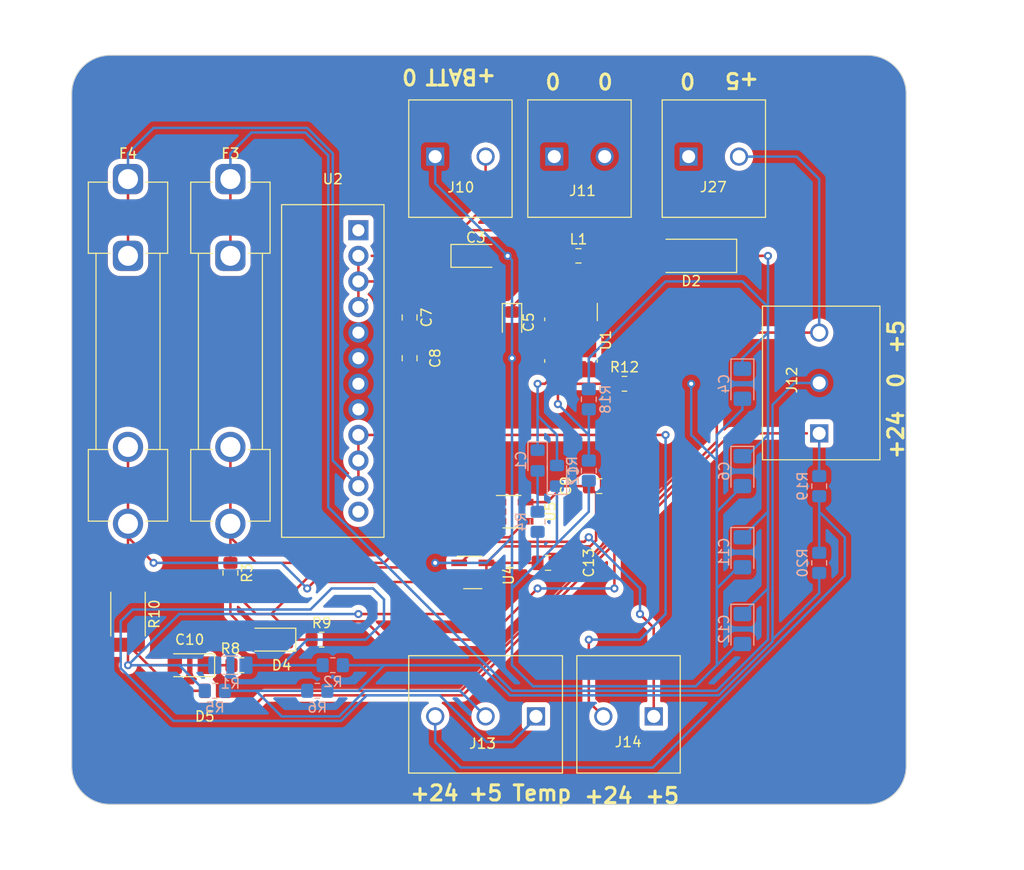
<source format=kicad_pcb>
(kicad_pcb (version 20221018) (generator pcbnew)
  (layers (0 "F.Cu" signal) (31 "B.Cu" signal) (34 "B.Paste" user) (35 "F.Paste" user) (36 "B.SilkS" user "B.Silkscreen") (37 "F.SilkS" user "F.Silkscreen") (38 "B.Mask" user) (39 "F.Mask" user) (44 "Edge.Cuts" user))
  (net 0 "")
  (net 1 "GND")
  (net 2 "+5V")
  (net 3 "+BATT")
  (net 4 "+24V")
  (net 5 "/5V_Sense+")
  (net 6 "/24V_Sense+")
  (net 7 "/Temp")
  (net 8 "/5V_VOLTAGE")
  (net 9 "/24V_VOLTAGE")
  (net 10 "/5V_OUT")
  (net 11 "/24V_OUT")
  (net 12 "Net-(U1-COMP)")
  (net 13 "Net-(C1-Pad2)")
  (net 14 "Net-(D2-K)")
  (net 15 "Net-(U1-SS)")
  (net 16 "Net-(U2-+VO2)")
  (net 17 "Net-(D2-A)")
  (net 18 "Net-(D4-K)")
  (net 19 "Net-(U1-FREQ)")
  (net 20 "Net-(U1-FB)")
  (footprint "Package_SO:HTSSOP-14-1EP_4.4x5mm_P0.65mm_EP3.4x5mm_Mask3x3.1mm" (layer "F.Cu") (at 153.175 94.73 -90)
    (fp_text reference "U1")
    (fp_text value "TPS55340")
  )
  (footprint "GSP:1935323" (layer "F.Cu") (at 177.8 103.98 90)
    (fp_text reference "J12")
    (fp_text value "Conn_01x04_Female" hide)
  )
  (footprint "GSP:1935310" (layer "F.Cu") (at 164.846 76.507999)
    (fp_text reference "J27")
    (fp_text value "Conn_01x02_Female" hide)
  )
  (footprint "GSP:K7805-3AR3" (layer "F.Cu") (at 129.48 97.81 -90)
    (fp_text reference "U2")
    (fp_text value "K7805-3AR3")
  )
  (footprint "Diode_SMD:D_1206_3216Metric_Pad1.42x1.75mm_HandSolder" (layer "F.Cu") (at 143.7275 86.36)
    (fp_text reference "C3")
    (fp_text value "10uF")
  )
  (footprint "GSP:1935323" (layer "F.Cu") (at 149.7 132.08 180)
    (fp_text reference "J13")
    (fp_text value "DAQ Voltage Sensing" hide)
  )
  (footprint "LED_SMD:LED_1206_3216Metric_Pad1.42x1.75mm_HandSolder" (layer "F.Cu") (at 115.3525 127 180)
    (fp_text reference "D5")
    (fp_text value "LED")
  )
  (footprint "GSP:1935310" (layer "F.Cu") (at 151.5148 76.5048)
    (fp_text reference "J11")
    (fp_text value "Ground Connections" hide)
  )
  (footprint "Capacitor_SMD:C_0805_2012Metric_Pad1.18x1.45mm_HandSolder" (layer "F.Cu") (at 150.8975 116.84 180)
    (fp_text reference "C13")
    (fp_text value "0.1u" hide)
  )
  (footprint "Package_TO_SOT_SMD:SOT-23-5_HandSoldering" (layer "F.Cu") (at 147.32 111.76)
    (fp_text reference "U5")
    (fp_text value "INA180" hide)
  )
  (footprint "GSP:1935310" (layer "F.Cu") (at 139.7 76.507999)
    (fp_text reference "J10")
    (fp_text value "Conn_01x03_Female" hide)
  )
  (footprint "Diode_SMD:D_0805_2012Metric_Pad1.15x1.40mm_HandSolder" (layer "F.Cu") (at 147.32 92.955 -90)
    (fp_text reference "C5")
    (fp_text value "0.047uF")
  )
  (footprint "LED_SMD:LED_1206_3216Metric_Pad1.42x1.75mm_HandSolder" (layer "F.Cu") (at 123.4075 124.46 180)
    (fp_text reference "D4")
    (fp_text value "LED")
  )
  (footprint "GSP:1935310" (layer "F.Cu") (at 161.384 132.08 180)
    (fp_text reference "J14")
    (fp_text value "DAQ Current Sensing" hide)
  )
  (footprint "Fuse:Fuseholder_Clip-6.3x32mm_Littelfuse_102_122_Inline_P34.21x7.62mm_D1.98mm_Horizontal" (layer "F.Cu") (at 119.38 78.74 -90)
    (fp_text reference "F3")
    (fp_text value "0685T4000-01")
  )
  (footprint "Capacitor_SMD:C_0805_2012Metric_Pad1.18x1.45mm_HandSolder" (layer "F.Cu") (at 137.16 96.52 90)
    (fp_text reference "C8")
    (fp_text value "22uF")
  )
  (footprint "Capacitor_SMD:C_0805_2012Metric_Pad1.18x1.45mm_HandSolder" (layer "F.Cu") (at 155.9775 109.22 180)
    (fp_text reference "C9")
    (fp_text value "0.1u" hide)
  )
  (footprint "Resistor_SMD:R_0805_2012Metric_Pad1.20x1.40mm_HandSolder" (layer "F.Cu") (at 128.435 124.46)
    (fp_text reference "R9")
    (fp_text value "1.2k")
  )
  (footprint "Resistor_SMD:R_0805_2012Metric_Pad1.20x1.40mm_HandSolder" (layer "F.Cu") (at 119.38 117.84 -90)
    (fp_text reference "R3")
    (fp_text value "16mR")
  )
  (footprint "Resistor_SMD:R_0805_2012Metric_Pad1.20x1.40mm_HandSolder" (layer "F.Cu") (at 120.485 127)
    (fp_text reference "R8")
    (fp_text value "270R")
  )
  (footprint "Capacitor_SMD:C_0805_2012Metric_Pad1.18x1.45mm_HandSolder" (layer "F.Cu") (at 137.16 92.4775 -90)
    (fp_text reference "C7")
    (fp_text value "10uF")
  )
  (footprint "Capacitor_SMD:C_0805_2012Metric_Pad1.18x1.45mm_HandSolder" (layer "F.Cu") (at 117.8775 129.54)
    (fp_text reference "C10")
    (fp_text value "10uF")
  )
  (footprint "Package_TO_SOT_SMD:SOT-23-5_HandSoldering" (layer "F.Cu") (at 143.43 117.79)
    (fp_text reference "U4")
    (fp_text value "INA180" hide)
  )
  (footprint "Diode_SMD:D_SMA_Handsoldering" (layer "F.Cu") (at 165.1 86.36 180)
    (fp_text reference "D2")
    (fp_text value "SK54A-LTP")
  )
  (footprint "Fuse:Fuseholder_Clip-6.3x32mm_Littelfuse_102_122_Inline_P34.21x7.62mm_D1.98mm_Horizontal" (layer "F.Cu") (at 109.22 78.74 -90)
    (fp_text reference "F4")
    (fp_text value "3A Fuse")
  )
  (footprint "Inductor_SMD:L_0805_2012Metric_Pad1.15x1.40mm_HandSolder" (layer "F.Cu") (at 153.915 86.36)
    (fp_text reference "L1")
    (fp_text value "ETQ-P5M100YFC")
  )
  (footprint "Resistor_SMD:R_2512_6332Metric_Pad1.40x3.35mm_HandSolder" (layer "F.Cu") (at 109.22 121.92 -90)
    (fp_text reference "R10")
    (fp_text value "0.01R")
  )
  (footprint "Resistor_SMD:R_0805_2012Metric_Pad1.20x1.40mm_HandSolder" (layer "F.Cu") (at 158.48 99.06)
    (fp_text reference "R12")
    (fp_text value "78.7k")
  )
  (footprint "Diode_SMD:D_0805_2012Metric_Pad1.15x1.40mm_HandSolder" (layer "B.Cu") (at 149.86 106.68 -90)
    (fp_text reference "C1")
    (fp_text value "100nF")
  )
  (footprint "Resistor_SMD:R_0805_2012Metric_Pad1.20x1.40mm_HandSolder" (layer "B.Cu") (at 177.8 109.22 -90)
    (fp_text reference "R19")
    (fp_text value "660k")
  )
  (footprint "Resistor_SMD:R_0805_2012Metric_Pad1.20x1.40mm_HandSolder" (layer "B.Cu") (at 128 129.54)
    (fp_text reference "R6")
    (fp_text value "100k")
  )
  (footprint "Diode_SMD:D_1206_3216Metric_Pad1.42x1.75mm_HandSolder" (layer "B.Cu") (at 170.18 107.7325 -90)
    (fp_text reference "C6")
    (fp_text value "6.8uF")
  )
  (footprint "Resistor_SMD:R_1206_3216Metric_Pad1.30x1.75mm_HandSolder" (layer "B.Cu") (at 119.38 127)
    (fp_text reference "R1")
    (fp_text value "B57621C5103K062")
  )
  (footprint "Diode_SMD:D_1206_3216Metric_Pad1.42x1.75mm_HandSolder" (layer "B.Cu") (at 170.18 115.7875 -90)
    (fp_text reference "C11")
    (fp_text value "6.8uF")
  )
  (footprint "Resistor_SMD:R_0805_2012Metric_Pad1.20x1.40mm_HandSolder" (layer "B.Cu") (at 149.86 112.76 -90)
    (fp_text reference "R4")
    (fp_text value "2k")
  )
  (footprint "Resistor_SMD:R_0805_2012Metric_Pad1.20x1.40mm_HandSolder" (layer "B.Cu") (at 177.8 116.84 -90)
    (fp_text reference "R20")
    (fp_text value "100k")
  )
  (footprint "Resistor_SMD:R_0805_2012Metric_Pad1.20x1.40mm_HandSolder" (layer "B.Cu") (at 129.54 127)
    (fp_text reference "R2")
    (fp_text value "10k")
  )
  (footprint "Diode_SMD:D_1206_3216Metric_Pad1.42x1.75mm_HandSolder" (layer "B.Cu") (at 170.18 123.4075 -90)
    (fp_text reference "C12")
    (fp_text value "6.8uF")
  )
  (footprint "Diode_SMD:D_1206_3216Metric_Pad1.42x1.75mm_HandSolder" (layer "B.Cu") (at 170.18 99.06 -90)
    (fp_text reference "C4")
    (fp_text value "6.8uF")
  )
  (footprint "Resistor_SMD:R_0805_2012Metric_Pad1.20x1.40mm_HandSolder" (layer "B.Cu") (at 154.94 107.68 -90)
    (fp_text reference "R17")
    (fp_text value "10k")
  )
  (footprint "Resistor_SMD:R_0805_2012Metric_Pad1.20x1.40mm_HandSolder" (layer "B.Cu") (at 117.84 129.54)
    (fp_text reference "R5")
    (fp_text value "47k")
  )
  (footprint "Resistor_SMD:R_0805_2012Metric_Pad1.20x1.40mm_HandSolder" (layer "B.Cu") (at 154.94 100.6 90)
    (fp_text reference "R18")
    (fp_text value "187k")
  )
  (footprint "Diode_SMD:D_0805_2012Metric_Pad1.15x1.40mm_HandSolder" (layer "B.Cu") (at 151.78 108.195 90)
    (fp_text reference "C2")
    (fp_text value "1300pF")
  )
  (gr_line (start 182.626 140.815923) (end 107.442 140.815923) (stroke (width 0.1)) (layer "Edge.Cuts"))
  (gr_line (start 103.632 137.005923) (end 103.632 70.258077) (stroke (width 0.1)) (layer "Edge.Cuts"))
  (gr_arc (start 182.626 66.448077) (mid 185.320077 67.564) (end 186.436 70.258077) (stroke (width 0.1)) (layer "Edge.Cuts"))
  (gr_arc (start 103.632 70.258077) (mid 104.747923 67.564) (end 107.442 66.448077) (stroke (width 0.1)) (layer "Edge.Cuts"))
  (gr_line (start 186.436 70.258077) (end 186.436 137.005923) (stroke (width 0.1)) (layer "Edge.Cuts"))
  (gr_arc (start 107.442 140.815923) (mid 104.747923 139.7) (end 103.632 137.005923) (stroke (width 0.1)) (layer "Edge.Cuts"))
  (gr_arc (start 186.436 137.005923) (mid 185.320077 139.7) (end 182.626 140.815923) (stroke (width 0.1)) (layer "Edge.Cuts"))
  (gr_line (start 107.442 66.448077) (end 182.626 66.448077) (stroke (width 0.1)) (layer "Edge.Cuts"))
  (gr_text "+5\n" (at 185.42 94.407999 90) (layer "F.SilkS") (effects (font (size 1.5 1.5) (thickness 0.3))))
  (gr_text "0" (at 156.5656 68.9864 -180) (layer "F.SilkS") (effects (font (size 1.5 1.5) (thickness 0.3))))
  (gr_text "+5\n" (at 162.226 139.954) (layer "F.SilkS") (effects (font (size 1.5 1.5) (thickness 0.3))))
  (gr_text "+24" (at 139.62 139.7) (layer "F.SilkS") (effects (font (size 1.5 1.5) (thickness 0.3))))
  (gr_text "+24" (at 185.42 104.14 90) (layer "F.SilkS") (effects (font (size 1.5 1.5) (thickness 0.3))))
  (gr_text "0" (at 151.384 68.9864 -180) (layer "F.SilkS") (effects (font (size 1.5 1.5) (thickness 0.3))))
  (gr_text "0" (at 137.16 68.58 -180) (layer "F.SilkS") (effects (font (size 1.5 1.5) (thickness 0.3))))
  (gr_text "+5\n" (at 170.1292 68.9356 -180) (layer "F.SilkS") (effects (font (size 1.5 1.5) (thickness 0.3))))
  (gr_text "+5\n" (at 144.7 139.7) (layer "F.SilkS") (effects (font (size 1.5 1.5) (thickness 0.3))))
  (gr_text "+24" (at 156.892 139.954) (layer "F.SilkS") (effects (font (size 1.5 1.5) (thickness 0.3))))
  (gr_text "+BATT\n" (at 142.24 68.58 -180) (layer "F.SilkS") (effects (font (size 1.5 1.5) (thickness 0.3))))
  (gr_text "0" (at 164.7444 68.9864 -180) (layer "F.SilkS") (effects (font (size 1.5 1.5) (thickness 0.3))))
  (gr_text "Temp" (at 150.288 139.7) (layer "F.SilkS") (effects (font (size 1.5 1.5) (thickness 0.3))))
  (gr_text "0" (at 185.42 98.725999 90) (layer "F.SilkS") (effects (font (size 1.5 1.5) (thickness 0.3))))
  (segment (start 116.84 127) (end 119.485 127) (width 0.25) (layer "F.Cu") (net 0))
  (segment (start 137.16 129.54) (end 132.08 124.46) (width 0.25) (layer "F.Cu") (net 1))
  (segment (start 142.24 109.22) (end 142.24 101.6) (width 0.25) (layer "F.Cu") (net 1))
  (segment (start 142.08 117.79) (end 140.65 117.79) (width 0.25) (layer "F.Cu") (net 1))
  (segment (start 150.046396 89.35) (end 151.577208 89.35) (width 0.25) (layer "F.Cu") (net 1))
  (segment (start 151.935 116.84) (end 154.94 116.84) (width 0.25) (layer "F.Cu") (net 1))
  (segment (start 144.78 111.76) (end 142.24 109.22) (width 0.25) (layer "F.Cu") (net 1))
  (segment (start 124.46 127) (end 127 129.54) (width 0.25) (layer "F.Cu") (net 1))
  (segment (start 155.125 97.5925) (end 153.175 97.5925) (width 0.25) (layer "F.Cu") (net 1))
  (segment (start 152 91.7425) (end 151.875 91.8675) (width 0.25) (layer "F.Cu") (net 1))
  (segment (start 137.16 129.54) (end 142.24 129.54) (width 0.25) (layer "F.Cu") (net 1))
  (segment (start 147.32 96.52) (end 149.86 93.98) (width 0.25) (layer "F.Cu") (net 1))
  (segment (start 154.94 116.84) (end 162.56 109.22) (width 0.25) (layer "F.Cu") (net 1))
  (segment (start 165.1 106.68) (end 165.1 99.06) (width 0.25) (layer "F.Cu") (net 1))
  (segment (start 118.915 129.54) (end 127 129.54) (width 0.25) (layer "F.Cu") (net 1))
  (segment (start 157.015 109.22) (end 162.56 109.22) (width 0.25) (layer "F.Cu") (net 1))
  (segment (start 159.48 99.06) (end 165.1 99.06) (width 0.25) (layer "F.Cu") (net 1))
  (segment (start 147.32 93.98) (end 147.32 96.52) (width 0.25) (layer "F.Cu") (net 1))
  (segment (start 121.485 127) (end 124.46 127) (width 0.25) (layer "F.Cu") (net 1))
  (segment (start 140.65 117.79) (end 139.7 116.84) (width 0.25) (layer "F.Cu") (net 1))
  (segment (start 147.32 96.52) (end 142.24 101.6) (width 0.25) (layer "F.Cu") (net 1))
  (segment (start 151.577208 89.35) (end 152 89.772792) (width 0.25) (layer "F.Cu") (net 1))
  (segment (start 149.86 93.98) (end 149.86 89.536396) (width 0.25) (layer "F.Cu") (net 1))
  (segment (start 132.08 93.98) (end 132.08 101.6) (width 0.25) (layer "F.Cu") (net 1))
  (segment (start 145.97 111.76) (end 144.78 111.76) (width 0.25) (layer "F.Cu") (net 1))
  (segment (start 142.24 129.54) (end 154.94 116.84) (width 0.25) (layer "F.Cu") (net 1))
  (segment (start 151.5148 76.5048) (end 156.5148 76.5048) (width 0.25) (layer "F.Cu") (net 1))
  (segment (start 162.56 109.22) (end 165.1 106.68) (width 0.25) (layer "F.Cu") (net 1))
  (segment (start 149.86 89.536396) (end 150.046396 89.35) (width 0.25) (layer "F.Cu") (net 1))
  (segment (start 161.0925 97.5925) (end 162.56 99.06) (width 0.25) (layer "F.Cu") (net 1))
  (segment (start 151.875 91.8675) (end 151.225 91.8675) (width 0.25) (layer "F.Cu") (net 1))
  (segment (start 127 129.54) (end 137.16 129.54) (width 0.25) (layer "F.Cu") (net 1))
  (segment (start 146.885 86.36) (end 144.78 86.36) (width 0.25) (layer "F.Cu") (net 1))
  (segment (start 152 89.772792) (end 152 91.7425) (width 0.25) (layer "F.Cu") (net 1))
  (segment (start 155.125 97.5925) (end 161.0925 97.5925) (width 0.25) (layer "F.Cu") (net 1))
  (segment (start 132.08 124.46) (end 129.435 124.46) (width 0.25) (layer "F.Cu") (net 1))
  (segment (start 137.16 93.515) (end 137.16 95.4825) (width 0.25) (layer "F.Cu") (net 1))
  (via (at 165.1 99.06) (size 0.8) (drill 0.4) (layers "F.Cu" "B.Cu") (net 1))
  (via (at 139.7 116.84) (size 0.8) (drill 0.4) (layers "F.Cu" "B.Cu") (net 1))
  (via (at 146.885 86.36) (size 0.8) (drill 0.4) (layers "F.Cu" "B.Cu") (net 1))
  (via (at 147.32 96.52) (size 0.8) (drill 0.4) (layers "F.Cu" "B.Cu") (net 1))
  (segment (start 147.32 119.38) (end 147.32 127) (width 0.25) (layer "B.Cu") (net 1))
  (segment (start 144.143604 127) (end 147.133604 129.99) (width 0.25) (layer "B.Cu") (net 1))
  (segment (start 134.62 127) (end 144.143604 127) (width 0.25) (layer "B.Cu") (net 1))
  (segment (start 144.78 116.84) (end 147.32 114.3) (width 0.25) (layer "B.Cu") (net 1))
  (segment (start 177.8 119.83) (end 173.17 124.46) (width 0.25) (layer "B.Cu") (net 1))
  (segment (start 167.64 104.14) (end 167.64 106.68) (width 0.25) (layer "B.Cu") (net 1))
  (segment (start 177.8 117.84) (end 177.8 119.83) (width 0.25) (layer "B.Cu") (net 1))
  (segment (start 130.54 127) (end 134.62 127) (width 0.25) (layer "B.Cu") (net 1))
  (segment (start 173.17 119.38) (end 173.17 101.15) (width 0.25) (layer "B.Cu") (net 1))
  (segment (start 169.745 117.275) (end 167.64 119.38) (width 0.25) (layer "B.Cu") (net 1))
  (segment (start 147.32 96.52) (end 147.32 86.795) (width 0.25) (layer "B.Cu") (net 1))
  (segment (start 175.34 98.98) (end 177.8 98.98) (width 0.25) (layer "B.Cu") (net 1))
  (segment (start 149.86 116.84) (end 147.32 119.38) (width 0.25) (layer "B.Cu") (net 1))
  (segment (start 147.32 86.795) (end 146.885 86.36) (width 0.25) (layer "B.Cu") (net 1))
  (segment (start 154.94 111.76) (end 151.78 114.92) (width 0.25) (layer "B.Cu") (net 1))
  (segment (start 167.826396 129.99) (end 173.17 124.646396) (width 0.25) (layer "B.Cu") (net 1))
  (segment (start 165.1 104.14) (end 167.64 106.68) (width 0.25) (layer "B.Cu") (net 1))
  (segment (start 146.885 86.36) (end 139.7 79.175) (width 0.25) (layer "B.Cu") (net 1))
  (segment (start 170.18 109.22) (end 167.64 111.76) (width 0.25) (layer "B.Cu") (net 1))
  (segment (start 173.17 101.15) (end 175.34 98.98) (width 0.25) (layer "B.Cu") (net 1))
  (segment (start 170.18 117.275) (end 169.745 117.275) (width 0.25) (layer "B.Cu") (net 1))
  (segment (start 149.41 129.09) (end 165.55 129.09) (width 0.25) (layer "B.Cu") (net 1))
  (segment (start 173.17 124.46) (end 173.17 121.92) (width 0.25) (layer "B.Cu") (net 1))
  (segment (start 151.78 114.92) (end 151.78 109.22) (width 0.25) (layer "B.Cu") (net 1))
  (segment (start 149.86 116.84) (end 151.78 114.92) (width 0.25) (layer "B.Cu") (net 1))
  (segment (start 139.7 79.175) (end 139.7 76.507999) (width 0.25) (layer "B.Cu") (net 1))
  (segment (start 173.17 121.92) (end 173.17 119.38) (width 0.25) (layer "B.Cu") (net 1))
  (segment (start 173.17 119.93) (end 173.17 121.92) (width 0.25) (layer "B.Cu") (net 1))
  (segment (start 129 129.54) (end 132.08 129.54) (width 0.25) (layer "B.Cu") (net 1))
  (segment (start 170.18 101.6) (end 167.64 104.14) (width 0.25) (layer "B.Cu") (net 1))
  (segment (start 167.64 119.38) (end 167.64 127) (width 0.25) (layer "B.Cu") (net 1))
  (segment (start 154.94 108.68) (end 154.94 111.76) (width 0.25) (layer "B.Cu") (net 1))
  (segment (start 165.1 99.06) (end 165.1 104.14) (width 0.25) (layer "B.Cu") (net 1))
  (segment (start 149.86 113.76) (end 149.86 116.84) (width 0.25) (layer "B.Cu") (net 1))
  (segment (start 173.17 124.646396) (end 173.17 124.46) (width 0.25) (layer "B.Cu") (net 1))
  (segment (start 167.64 106.68) (end 167.64 111.76) (width 0.25) (layer "B.Cu") (net 1))
  (segment (start 147.32 127) (end 149.41 129.09) (width 0.25) (layer "B.Cu") (net 1))
  (segment (start 147.133604 129.99) (end 167.826396 129.99) (width 0.25) (layer "B.Cu") (net 1))
  (segment (start 139.7 116.84) (end 144.78 116.84) (width 0.25) (layer "B.Cu") (net 1))
  (segment (start 167.64 127) (end 170.18 124.46) (width 0.25) (layer "B.Cu") (net 1))
  (segment (start 132.08 129.54) (end 134.62 127) (width 0.25) (layer "B.Cu") (net 1))
  (segment (start 165.55 129.09) (end 167.64 127) (width 0.25) (layer "B.Cu") (net 1))
  (segment (start 147.32 96.52) (end 147.32 114.3) (width 0.25) (layer "B.Cu") (net 1))
  (segment (start 167.64 111.76) (end 167.64 119.38) (width 0.25) (layer "B.Cu") (net 1))
  (segment (start 147.32 114.3) (end 147.32 119.38) (width 0.25) (layer "B.Cu") (net 1))
  (segment (start 170.18 100.5475) (end 170.18 101.6) (width 0.25) (layer "B.Cu") (net 1))
  (segment (start 109.22 124.97) (end 109.22 127) (width 0.25) (layer "F.Cu") (net 2))
  (segment (start 144.78 116.84) (end 146.42 115.2) (width 0.25) (layer "F.Cu") (net 2))
  (segment (start 112.775 128.525) (end 115.1033 130.8533) (width 0.25) (layer "F.Cu") (net 2))
  (segment (start 115.1033 130.8533) (end 121.92 130.8533) (width 0.25) (layer "F.Cu") (net 2))
  (segment (start 132.08 121.92) (end 142.24 121.92) (width 0.25) (layer "F.Cu") (net 2))
  (segment (start 109.22 124.97) (end 111.25 127) (width 0.25) (layer "F.Cu") (net 2))
  (segment (start 111.25 127) (end 113.865 127) (width 0.25) (layer "F.Cu") (net 2))
  (segment (start 111.25 127) (end 112.775 128.525) (width 0.25) (layer "F.Cu") (net 2))
  (segment (start 149.86 116.84) (end 144.78 116.84) (width 0.25) (layer "F.Cu") (net 2))
  (segment (start 167.64 104.776396) (end 167.64 96.52) (width 0.25) (layer "F.Cu") (net 2))
  (segment (start 150.81 110.81) (end 152.4 109.22) (width 0.25) (layer "F.Cu") (net 2))
  (segment (start 122.7833 129.99) (end 142.426396 129.99) (width 0.25) (layer "F.Cu") (net 2))
  (segment (start 148.67 110.81) (end 150.81 110.81) (width 0.25) (layer "F.Cu") (net 2))
  (segment (start 155.665 109.945) (end 154.94 109.22) (width 0.25) (layer "F.Cu") (net 2))
  (segment (start 112.775 128.525) (end 113.79 129.54) (width 0.25) (layer "F.Cu") (net 2))
  (segment (start 155.065305 115.2) (end 155.665 114.600305) (width 0.25) (layer "F.Cu") (net 2))
  (segment (start 142.24 121.92) (end 144.78 119.38) (width 0.25) (layer "F.Cu") (net 2))
  (segment (start 144.78 116.84) (end 144.78 118.74) (width 0.25) (layer "F.Cu") (net 2))
  (segment (start 167.64 96.52) (end 170.18 93.98) (width 0.25) (layer "F.Cu") (net 2))
  (segment (start 152.4 109.22) (end 154.94 109.22) (width 0.25) (layer "F.Cu") (net 2))
  (segment (start 121.92 130.8533) (end 122.7833 129.99) (width 0.25) (layer "F.Cu") (net 2))
  (segment (start 170.18 93.98) (end 177.8 93.98) (width 0.25) (layer "F.Cu") (net 2))
  (segment (start 146.42 115.2) (end 155.065305 115.2) (width 0.25) (layer "F.Cu") (net 2))
  (segment (start 155.665 114.600305) (end 155.665 109.945) (width 0.25) (layer "F.Cu") (net 2))
  (segment (start 113.79 129.54) (end 116.84 129.54) (width 0.25) (layer "F.Cu") (net 2))
  (segment (start 144.78 119.38) (end 144.78 118.74) (width 0.25) (layer "F.Cu") (net 2))
  (segment (start 142.426396 129.99) (end 167.64 104.776396) (width 0.25) (layer "F.Cu") (net 2))
  (via (at 132.08 121.92) (size 0.8) (drill 0.4) (layers "F.Cu" "B.Cu") (net 2))
  (via (at 109.22 127) (size 0.8) (drill 0.4) (layers "F.Cu" "B.Cu") (net 2))
  (segment (start 114.3 127) (end 117.83 127) (width 0.25) (layer "B.Cu") (net 2))
  (segment (start 114.3 121.92) (end 127 121.92) (width 0.25) (layer "B.Cu") (net 2))
  (segment (start 114.3 127) (end 109.22 127) (width 0.25) (layer "B.Cu") (net 2))
  (segment (start 111.76 124.46) (end 114.3 121.92) (width 0.25) (layer "B.Cu") (net 2))
  (segment (start 109.22 127) (end 111.76 124.46) (width 0.25) (layer "B.Cu") (net 2))
  (segment (start 177.8 78.74) (end 177.8 93.98) (width 0.25) (layer "B.Cu") (net 2))
  (segment (start 116.84 129.54) (end 114.3 127) (width 0.25) (layer "B.Cu") (net 2))
  (segment (start 169.846 76.507999) (end 175.567999 76.507999) (width 0.25) (layer "B.Cu") (net 2))
  (segment (start 117.84 127) (end 118.29 126.55) (width 0.25) (layer "B.Cu") (net 2))
  (segment (start 175.567999 76.507999) (end 177.8 78.74) (width 0.25) (layer "B.Cu") (net 2))
  (segment (start 127 121.92) (end 132.08 121.92) (width 0.25) (layer "B.Cu") (net 2))
  (segment (start 144.7 81.36) (end 142.24 83.82) (width 0.25) (layer "F.Cu") (net 3))
  (segment (start 149.41 86.36) (end 149.86 86.36) (width 0.25) (layer "F.Cu") (net 3))
  (segment (start 149.86 86.36) (end 153.175 89.675) (width 0.25) (layer "F.Cu") (net 3))
  (segment (start 132.08 86.36) (end 132.08 91.44) (width 0.25) (layer "F.Cu") (net 3))
  (segment (start 134.62 88.9) (end 137.16 91.44) (width 0.25) (layer "F.Cu") (net 3))
  (segment (start 132.08 88.9) (end 134.62 88.9) (width 0.25) (layer "F.Cu") (net 3))
  (segment (start 153.175 89.675) (end 153.175 91.8675) (width 0.25) (layer "F.Cu") (net 3))
  (segment (start 146.87 83.82) (end 149.41 86.36) (width 0.25) (layer "F.Cu") (net 3))
  (segment (start 142.24 83.82) (end 137.16 83.82) (width 0.25) (layer "F.Cu") (net 3))
  (segment (start 144.7 76.507999) (end 144.7 81.36) (width 0.25) (layer "F.Cu") (net 3))
  (segment (start 137.16 83.82) (end 134.62 86.36) (width 0.25) (layer "F.Cu") (net 3))
  (segment (start 134.62 86.36) (end 133.405 86.36) (width 0.25) (layer "F.Cu") (net 3))
  (segment (start 142.24 83.82) (end 146.87 83.82) (width 0.25) (layer "F.Cu") (net 3))
  (segment (start 152.89 86.36) (end 149.86 86.36) (width 0.25) (layer "F.Cu") (net 3))
  (segment (start 142.24 86.36) (end 139.7 83.82) (width 0.25) (layer "F.Cu") (net 3))
  (segment (start 132.468 91.186) (end 132.909 90.745) (width 0.25) (layer "B.Cu") (net 3))
  (segment (start 123.434695 121.92) (end 124.159695 122.645) (width 0.25) (layer "F.Cu") (net 4))
  (segment (start 128.064695 117.29) (end 136.71 117.29) (width 0.25) (layer "F.Cu") (net 4))
  (segment (start 134.62 124.46) (end 144.78 124.46) (width 0.25) (layer "F.Cu") (net 4))
  (segment (start 132.805 122.645) (end 134.62 124.46) (width 0.25) (layer "F.Cu") (net 4))
  (segment (start 158.116396 114.936396) (end 169.072792 103.98) (width 0.25) (layer "F.Cu") (net 4))
  (segment (start 119.38 119.38) (end 121.92 121.92) (width 0.25) (layer "F.Cu") (net 4))
  (segment (start 121.92 121.92) (end 123.434695 121.92) (width 0.25) (layer "F.Cu") (net 4))
  (segment (start 124.159695 122.645) (end 132.805 122.645) (width 0.25) (layer "F.Cu") (net 4))
  (segment (start 157.48 119.38) (end 157.48 115.572792) (width 0.25) (layer "F.Cu") (net 4))
  (segment (start 169.072792 103.98) (end 175.26 103.98) (width 0.25) (layer "F.Cu") (net 4))
  (segment (start 119.38 121.92) (end 121.92 124.46) (width 0.25) (layer "F.Cu") (net 4))
  (segment (start 144.78 124.46) (end 149.86 119.38) (width 0.25) (layer "F.Cu") (net 4))
  (segment (start 175.26 103.98) (end 176.5733 103.98) (width 0.25) (layer "F.Cu") (net 4))
  (segment (start 147.08 114.3) (end 148.67 112.71) (width 0.25) (layer "F.Cu") (net 4))
  (segment (start 119.38 118.84) (end 119.38 121.92) (width 0.25) (layer "F.Cu") (net 4))
  (segment (start 157.48 115.572792) (end 158.116396 114.936396) (width 0.25) (layer "F.Cu") (net 4))
  (segment (start 123.434695 121.92) (end 128.064695 117.29) (width 0.25) (layer "F.Cu") (net 4))
  (segment (start 136.71 117.29) (end 139.7 114.3) (width 0.25) (layer "F.Cu") (net 4))
  (segment (start 139.7 114.3) (end 147.08 114.3) (width 0.25) (layer "F.Cu") (net 4))
  (via (at 157.48 119.38) (size 0.8) (drill 0.4) (layers "F.Cu" "B.Cu") (net 4))
  (via (at 149.86 119.38) (size 0.8) (drill 0.4) (layers "F.Cu" "B.Cu") (net 4))
  (segment (start 177.8 103.98) (end 177.8 108.22) (width 0.25) (layer "B.Cu") (net 4))
  (segment (start 149.86 119.38) (end 157.48 119.38) (width 0.25) (layer "B.Cu") (net 4))
  (segment (start 111.76 116.84) (end 109.22 114.3) (width 0.25) (layer "F.Cu") (net 5))
  (segment (start 127.64 118.74) (end 127 119.38) (width 0.25) (layer "F.Cu") (net 5))
  (segment (start 109.22 114.3) (end 109.22 118.87) (width 0.25) (layer "F.Cu") (net 5))
  (segment (start 109.22 105.33) (end 109.22 112.95) (width 0.25) (layer "F.Cu") (net 5))
  (segment (start 127.64 118.74) (end 142.08 118.74) (width 0.25) (layer "F.Cu") (net 5))
  (segment (start 109.22 112.95) (end 109.22 114.3) (width 0.25) (layer "F.Cu") (net 5))
  (via (at 111.76 116.84) (size 0.8) (drill 0.4) (layers "F.Cu" "B.Cu") (net 5))
  (via (at 127 119.38) (size 0.8) (drill 0.4) (layers "F.Cu" "B.Cu") (net 5))
  (segment (start 124.46 116.84) (end 127 119.38) (width 0.25) (layer "B.Cu") (net 5))
  (segment (start 111.76 116.84) (end 124.46 116.84) (width 0.25) (layer "B.Cu") (net 5))
  (segment (start 121.92 116.84) (end 134.62 116.84) (width 0.25) (layer "F.Cu") (net 6))
  (segment (start 134.62 116.84) (end 138.75 112.71) (width 0.25) (layer "F.Cu") (net 6))
  (segment (start 119.38 105.33) (end 119.38 112.95) (width 0.25) (layer "F.Cu") (net 6))
  (segment (start 119.38 114.3) (end 121.92 116.84) (width 0.25) (layer "F.Cu") (net 6))
  (segment (start 119.38 112.95) (end 119.38 116.84) (width 0.25) (layer "F.Cu") (net 6))
  (segment (start 138.75 112.71) (end 145.97 112.71) (width 0.25) (layer "F.Cu") (net 6))
  (segment (start 108.495 127.300305) (end 113.724695 132.53) (width 0.25) (layer "B.Cu") (net 7))
  (segment (start 109.67 121.47) (end 108.495 122.645) (width 0.25) (layer "B.Cu") (net 7))
  (segment (start 127 124.46) (end 132.805 124.46) (width 0.25) (layer "B.Cu") (net 7))
  (segment (start 134.62 122.645) (end 134.62 120.4675) (width 0.25) (layer "B.Cu") (net 7))
  (segment (start 144.78 134.62) (end 147.32 134.62) (width 0.25) (layer "B.Cu") (net 7))
  (segment (start 129.414695 119.38) (end 127.324695 121.47) (width 0.25) (layer "B.Cu") (net 7))
  (segment (start 124.46 127) (end 127 124.46) (width 0.25) (layer "B.Cu") (net 7))
  (segment (start 108.495 122.645) (end 108.495 127.300305) (width 0.25) (layer "B.Cu") (net 7))
  (segment (start 140.15 129.99) (end 144.78 134.62) (width 0.25) (layer "B.Cu") (net 7))
  (segment (start 147.32 134.62) (end 149.7 132.24) (width 0.25) (layer "B.Cu") (net 7))
  (segment (start 132.805 124.46) (end 134.62 122.645) (width 0.25) (layer "B.Cu") (net 7))
  (segment (start 113.724695 132.53) (end 130.362792 132.53) (width 0.25) (layer "B.Cu") (net 7))
  (segment (start 124.46 127) (end 120.93 127) (width 0.25) (layer "B.Cu") (net 7))
  (segment (start 134.62 120.4675) (end 133.5325 119.38) (width 0.25) (layer "B.Cu") (net 7))
  (segment (start 127.324695 121.47) (end 109.67 121.47) (width 0.25) (layer "B.Cu") (net 7))
  (segment (start 149.7 132.24) (end 149.7 132.08) (width 0.25) (layer "B.Cu") (net 7))
  (segment (start 133.5325 119.38) (end 129.414695 119.38) (width 0.25) (layer "B.Cu") (net 7))
  (segment (start 130.362792 132.53) (end 132.902792 129.99) (width 0.25) (layer "B.Cu") (net 7))
  (segment (start 128.54 127) (end 124.46 127) (width 0.25) (layer "B.Cu") (net 7))
  (segment (start 132.902792 129.99) (end 140.15 129.99) (width 0.25) (layer "B.Cu") (net 7))
  (segment (start 121.92 129.54) (end 127 129.54) (width 0.25) (layer "B.Cu") (net 8))
  (segment (start 124.46 132.08) (end 130.176396 132.08) (width 0.25) (layer "B.Cu") (net 8))
  (segment (start 142.24 129.62) (end 144.7 132.08) (width 0.25) (layer "B.Cu") (net 8))
  (segment (start 121.92 129.54) (end 124.46 132.08) (width 0.25) (layer "B.Cu") (net 8))
  (segment (start 142.24 129.54) (end 142.24 129.62) (width 0.25) (layer "B.Cu") (net 8))
  (segment (start 132.716396 129.54) (end 142.24 129.54) (width 0.25) (layer "B.Cu") (net 8))
  (segment (start 118.84 129.54) (end 121.92 129.54) (width 0.25) (layer "B.Cu") (net 8))
  (segment (start 130.176396 132.08) (end 132.716396 129.54) (width 0.25) (layer "B.Cu") (net 8))
  (segment (start 161.292792 137.16) (end 142.24 137.16) (width 0.25) (layer "B.Cu") (net 9))
  (segment (start 139.7 134.62) (end 139.7 132.08) (width 0.25) (layer "B.Cu") (net 9))
  (segment (start 177.8 111.76) (end 177.8 115.84) (width 0.25) (layer "B.Cu") (net 9))
  (segment (start 177.8 110.22) (end 177.8 111.76) (width 0.25) (layer "B.Cu") (net 9))
  (segment (start 180.34 114.3) (end 180.34 118.112792) (width 0.25) (layer "B.Cu") (net 9))
  (segment (start 142.24 137.16) (end 139.7 134.62) (width 0.25) (layer "B.Cu") (net 9))
  (segment (start 177.8 111.76) (end 180.34 114.3) (width 0.25) (layer "B.Cu") (net 9))
  (segment (start 180.34 118.112792) (end 161.292792 137.16) (width 0.25) (layer "B.Cu") (net 9))
  (segment (start 154.94 114.3) (end 154.49 114.75) (width 0.25) (layer "F.Cu") (net 10))
  (segment (start 160.02 121.92) (end 161.384 123.284) (width 0.25) (layer "F.Cu") (net 10))
  (segment (start 144.33 114.75) (end 142.24 116.84) (width 0.25) (layer "F.Cu") (net 10))
  (segment (start 161.384 123.284) (end 161.384 132.08) (width 0.25) (layer "F.Cu") (net 10))
  (segment (start 154.49 114.75) (end 144.33 114.75) (width 0.25) (layer "F.Cu") (net 10))
  (via (at 154.94 114.3) (size 0.8) (drill 0.4) (layers "F.Cu" "B.Cu") (net 10))
  (via (at 160.02 121.92) (size 0.8) (drill 0.4) (layers "F.Cu" "B.Cu") (net 10))
  (via (at 154.94 114.3) (size 0.8) (drill 0.4) (layers "F.Cu" "B.Cu") (net 10))
  (via (at 154.94 114.3) (size 0.8) (drill 0.4) (layers "F.Cu" "B.Cu") (net 10))
  (via (at 160.02 121.92) (size 0.8) (drill 0.4) (layers "F.Cu" "B.Cu") (net 10))
  (via (at 160.02 121.92) (size 0.8) (drill 0.4) (layers "F.Cu" "B.Cu") (net 10))
  (segment (start 160.02 119.38) (end 154.94 114.3) (width 0.25) (layer "B.Cu") (net 10))
  (segment (start 160.02 119.38) (end 160.02 121.92) (width 0.25) (layer "B.Cu") (net 10))
  (segment (start 144.94 110.81) (end 144.865 110.885) (width 0.25) (layer "F.Cu") (net 11))
  (segment (start 144.541396 110.885) (end 143.828198 110.171802) (width 0.25) (layer "F.Cu") (net 11))
  (segment (start 154.94 130.636) (end 156.384 132.08) (width 0.25) (layer "F.Cu") (net 11))
  (segment (start 144.78 104.14) (end 142.69 106.23) (width 0.25) (layer "F.Cu") (net 11))
  (segment (start 145.97 110.81) (end 144.94 110.81) (width 0.25) (layer "F.Cu") (net 11))
  (segment (start 162.56 104.14) (end 144.78 104.14) (width 0.25) (layer "F.Cu") (net 11))
  (segment (start 142.69 106.23) (end 142.69 108.77) (width 0.25) (layer "F.Cu") (net 11))
  (segment (start 154.94 124.46) (end 154.94 130.636) (width 0.25) (layer "F.Cu") (net 11))
  (segment (start 144.865 110.885) (end 144.541396 110.885) (width 0.25) (layer "F.Cu") (net 11))
  (segment (start 142.69 109.033604) (end 142.69 108.77) (width 0.25) (layer "F.Cu") (net 11))
  (segment (start 143.828198 110.171802) (end 142.69 109.033604) (width 0.25) (layer "F.Cu") (net 11))
  (via (at 162.56 104.14) (size 0.8) (drill 0.4) (layers "F.Cu" "B.Cu") (net 11))
  (via (at 154.94 124.46) (size 0.8) (drill 0.4) (layers "F.Cu" "B.Cu") (net 11))
  (segment (start 160.02 124.46) (end 162.56 121.92) (width 0.25) (layer "B.Cu") (net 11))
  (segment (start 162.56 121.92) (end 162.56 104.14) (width 0.25) (layer "B.Cu") (net 11))
  (segment (start 154.94 124.46) (end 160.02 124.46) (width 0.25) (layer "B.Cu") (net 11))
  (segment (start 151.225 98.42) (end 150.585 99.06) (width 0.25) (layer "F.Cu") (net 12))
  (segment (start 151.225 97.5925) (end 151.225 98.42) (width 0.25) (layer "F.Cu") (net 12))
  (segment (start 150.585 99.06) (end 149.86 99.06) (width 0.25) (layer "F.Cu") (net 12))
  (via (at 149.86 99.06) (size 0.8) (drill 0.4) (layers "F.Cu" "B.Cu") (net 12))
  (segment (start 149.86 102.22) (end 149.86 101.6) (width 0.25) (layer "B.Cu") (net 12))
  (segment (start 149.86 101.6) (end 149.86 105.655) (width 0.25) (layer "B.Cu") (net 12))
  (segment (start 151.78 107.17) (end 151.78 104.14) (width 0.25) (layer "B.Cu") (net 12))
  (segment (start 151.78 104.14) (end 149.86 102.22) (width 0.25) (layer "B.Cu") (net 12))
  (segment (start 149.86 99.06) (end 149.86 101.6) (width 0.25) (layer "B.Cu") (net 12))
  (segment (start 149.86 107.705) (end 149.86 111.76) (width 0.25) (layer "B.Cu") (net 13))
  (segment (start 167.6 86.36) (end 172.72 86.36) (width 0.25) (layer "F.Cu") (net 14))
  (segment (start 119.38 78.74) (end 119.38 86.36) (width 0.25) (layer "F.Cu") (net 14))
  (via (at 172.72 86.36) (size 0.8) (drill 0.4) (layers "F.Cu" "B.Cu") (net 14))
  (segment (start 172.72 119.38) (end 172.72 124.46) (width 0.25) (layer "B.Cu") (net 14))
  (segment (start 126.813604 74.11) (end 121.47 74.11) (width 0.25) (layer "B.Cu") (net 14))
  (segment (start 121.47 74.11) (end 119.38 76.2) (width 0.25) (layer "B.Cu") (net 14))
  (segment (start 170.18 88.9) (end 172.72 91.44) (width 0.25) (layer "B.Cu") (net 14))
  (segment (start 162.56 88.9) (end 170.18 88.9) (width 0.25) (layer "B.Cu") (net 14))
  (segment (start 172.72 91.44) (end 172.72 87.085) (width 0.25) (layer "B.Cu") (net 14))
  (segment (start 119.38 76.2) (end 119.38 78.74) (width 0.25) (layer "B.Cu") (net 14))
  (segment (start 172.72 124.46) (end 167.64 129.54) (width 0.25) (layer "B.Cu") (net 14))
  (segment (start 170.615 121.485) (end 172.72 119.38) (width 0.25) (layer "B.Cu") (net 14))
  (segment (start 170.615 106.245) (end 172.72 104.14) (width 0.25) (layer "B.Cu") (net 14))
  (segment (start 172.72 93.98) (end 172.72 91.44) (width 0.25) (layer "B.Cu") (net 14))
  (segment (start 172.72 93.98) (end 172.72 104.14) (width 0.25) (layer "B.Cu") (net 14))
  (segment (start 147.32 129.54) (end 129.09 111.31) (width 0.25) (layer "B.Cu") (net 14))
  (segment (start 170.18 121.485) (end 170.615 121.485) (width 0.25) (layer "B.Cu") (net 14))
  (segment (start 172.72 104.14) (end 172.72 111.76) (width 0.25) (layer "B.Cu") (net 14))
  (segment (start 172.72 111.76) (end 172.72 119.38) (width 0.25) (layer "B.Cu") (net 14))
  (segment (start 154.94 99.6) (end 154.94 96.52) (width 0.25) (layer "B.Cu") (net 14))
  (segment (start 129.09 76.386396) (end 126.813604 74.11) (width 0.25) (layer "B.Cu") (net 14))
  (segment (start 170.18 96.52) (end 172.72 93.98) (width 0.25) (layer "B.Cu") (net 14))
  (segment (start 167.64 129.54) (end 147.32 129.54) (width 0.25) (layer "B.Cu") (net 14))
  (segment (start 172.72 87.085) (end 172.72 86.36) (width 0.25) (layer "B.Cu") (net 14))
  (segment (start 129.09 111.31) (end 129.09 76.386396) (width 0.25) (layer "B.Cu") (net 14))
  (segment (start 170.18 114.3) (end 172.72 111.76) (width 0.25) (layer "B.Cu") (net 14))
  (segment (start 154.94 96.52) (end 162.56 88.9) (width 0.25) (layer "B.Cu") (net 14))
  (segment (start 170.18 106.245) (end 170.615 106.245) (width 0.25) (layer "B.Cu") (net 14))
  (segment (start 170.18 97.5725) (end 170.18 96.52) (width 0.25) (layer "B.Cu") (net 14))
  (segment (start 152.525 91.8675) (end 152.525 89.661396) (width 0.25) (layer "F.Cu") (net 15))
  (segment (start 149.86 88.9) (end 147.32 91.44) (width 0.25) (layer "F.Cu") (net 15))
  (segment (start 151.763604 88.9) (end 149.86 88.9) (width 0.25) (layer "F.Cu") (net 15))
  (segment (start 147.32 91.44) (end 147.32 91.93) (width 0.25) (layer "F.Cu") (net 15))
  (segment (start 152.525 89.661396) (end 151.763604 88.9) (width 0.25) (layer "F.Cu") (net 15))
  (segment (start 134.62 104.14) (end 137.16 101.6) (width 0.25) (layer "F.Cu") (net 16))
  (segment (start 109.22 78.74) (end 109.22 86.36) (width 0.25) (layer "F.Cu") (net 16))
  (segment (start 132.08 104.14) (end 132.08 109.22) (width 0.25) (layer "F.Cu") (net 16))
  (segment (start 137.16 97.5575) (end 137.16 101.6) (width 0.25) (layer "F.Cu") (net 16))
  (segment (start 132.08 104.14) (end 134.62 104.14) (width 0.25) (layer "F.Cu") (net 16))
  (segment (start 129.54 76.2) (end 127 73.66) (width 0.25) (layer "B.Cu") (net 16))
  (segment (start 129.54 106.68) (end 129.54 76.2) (width 0.25) (layer "B.Cu") (net 16))
  (segment (start 127 73.66) (end 111.76 73.66) (width 0.25) (layer "B.Cu") (net 16))
  (segment (start 132.08 109.22) (end 129.54 106.68) (width 0.25) (layer "B.Cu") (net 16))
  (segment (start 111.76 73.66) (end 109.22 76.2) (width 0.25) (layer "B.Cu") (net 16))
  (segment (start 109.22 76.2) (end 109.22 78.74) (width 0.25) (layer "B.Cu") (net 16))
  (segment (start 157.48 86.36) (end 162.6 86.36) (width 0.25) (layer "F.Cu") (net 17))
  (segment (start 154.475 89.365) (end 157.48 86.36) (width 0.25) (layer "F.Cu") (net 17))
  (segment (start 157.48 86.36) (end 154.94 86.36) (width 0.25) (layer "F.Cu") (net 17))
  (segment (start 154.475 91.8675) (end 154.475 89.365) (width 0.25) (layer "F.Cu") (net 17))
  (segment (start 124.895 124.46) (end 127.435 124.46) (width 0.25) (layer "F.Cu") (net 18))
  (segment (start 152.525 98.379999) (end 153.205001 99.06) (width 0.25) (layer "F.Cu") (net 19))
  (segment (start 153.205001 99.06) (end 157.48 99.06) (width 0.25) (layer "F.Cu") (net 19))
  (segment (start 152.525 97.5925) (end 152.525 98.379999) (width 0.25) (layer "F.Cu") (net 19))
  (segment (start 151.875 97.5925) (end 151.875 101.075) (width 0.25) (layer "F.Cu") (net 20))
  (segment (start 151.875 101.075) (end 151.887348 101.087348) (width 0.25) (layer "F.Cu") (net 20))
  (via (at 151.875 101.075) (size 0.8) (drill 0.4) (layers "F.Cu" "B.Cu") (net 20))
  (segment (start 151.875 101.075) (end 154.94 104.14) (width 0.25) (layer "B.Cu") (net 20))
  (segment (start 154.94 104.14) (end 154.94 101.6) (width 0.25) (layer "B.Cu") (net 20))
  (segment (start 154.94 104.14) (end 154.94 106.68) (width 0.25) (layer "B.Cu") (net 20))
  (zone (net 1) (net_name "GND") (layer "F.Cu") (connect_pads yes (clearance 0.508)) (min_thickness 0.254) (fill yes (thermal_gap 0.508) (thermal_bridge_width 0.508))
    (polygon (pts (xy 186.563 140.843) (xy 103.632 140.843) (xy 103.632 66.421) (xy 186.563 66.421)))
  )
  (zone (net 0) (net_name "") (layer "B.Cu") (priority 1) (connect_pads (clearance 0.508)) (min_thickness 0.25) (fill yes (thermal_gap 0.5) (thermal_bridge_width 0.5) (island_removal_mode 1) (island_area_min 9.999999))
    (polygon (pts (xy 99.06 60.96) (xy 198.12 60.96) (xy 193.04 147.32) (xy 96.52 144.78)))
  )
)
</source>
